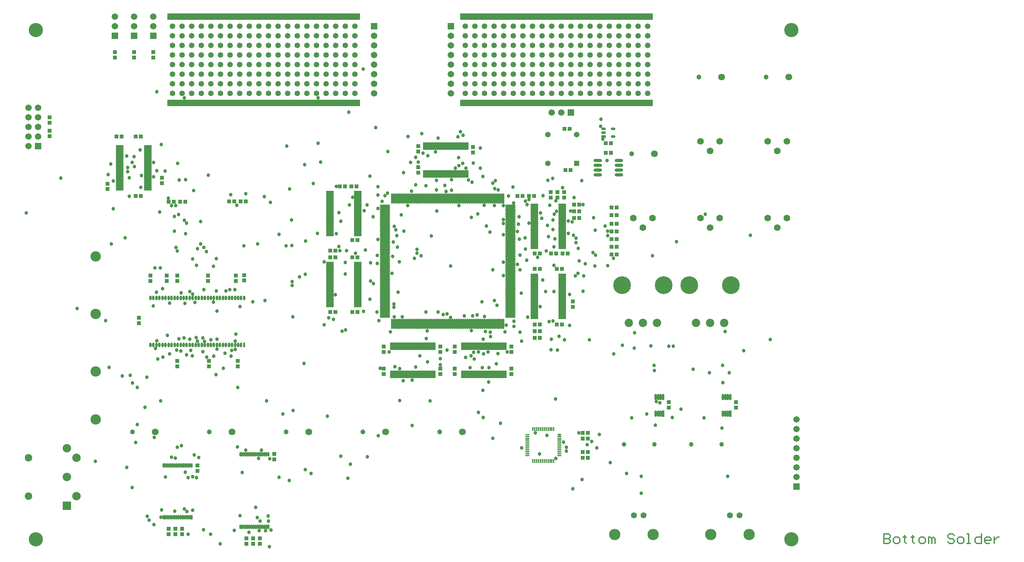
<source format=gbs>
%FSLAX25Y25*%
%MOIN*%
G70*
G01*
G75*
G04 Layer_Color=16711935*
%ADD10R,0.03150X0.03543*%
%ADD11R,0.01969X0.03937*%
%ADD12O,0.01969X0.03937*%
%ADD13R,0.03543X0.03150*%
%ADD14R,0.04724X0.05512*%
%ADD15R,0.07480X0.06299*%
%ADD16O,0.01575X0.06299*%
%ADD17R,0.01575X0.06299*%
%ADD18R,0.01969X0.10630*%
%ADD19O,0.01969X0.10630*%
%ADD20R,0.08500X0.04200*%
%ADD21R,0.07500X0.42500*%
%ADD22R,0.20000X0.32500*%
%ADD23R,0.00787X0.04724*%
%ADD24O,0.00787X0.04724*%
%ADD25R,0.03937X0.01969*%
%ADD26O,0.03937X0.01969*%
%ADD27R,0.07480X0.11024*%
%ADD28C,0.00780*%
%ADD29C,0.02500*%
%ADD30C,0.01575*%
%ADD31C,0.01969*%
%ADD32C,0.00787*%
%ADD33C,0.01200*%
%ADD34C,0.03937*%
%ADD35C,0.06200*%
%ADD36C,0.07874*%
%ADD37C,0.17716*%
%ADD38R,0.05000X0.05000*%
%ADD39C,0.05000*%
%ADD40C,0.10000*%
%ADD41R,0.05906X0.05906*%
%ADD42C,0.05906*%
%ADD43C,0.11000*%
%ADD44C,0.05500*%
%ADD45R,0.05906X0.05906*%
%ADD46C,0.14000*%
%ADD47R,0.05000X0.05000*%
%ADD48C,0.08000*%
%ADD49C,0.07000*%
%ADD50R,0.08000X0.08000*%
%ADD51C,0.04331*%
%ADD52C,0.06299*%
%ADD53C,0.03000*%
%ADD54O,0.01181X0.03937*%
%ADD55R,0.01181X0.03937*%
%ADD56O,0.03150X0.00984*%
%ADD57R,0.03150X0.00984*%
%ADD58R,0.00984X0.03150*%
%ADD59O,0.07480X0.01181*%
%ADD60R,2.00000X0.06000*%
%ADD61O,0.10000X0.01181*%
%ADD62O,0.01181X0.10000*%
%ADD63O,0.01181X0.07480*%
%ADD64O,0.01772X0.05709*%
%ADD65R,0.01772X0.05709*%
%ADD66O,0.01575X0.03937*%
%ADD67R,0.01575X0.03937*%
%ADD68O,0.08000X0.02400*%
%ADD69C,0.02400*%
%ADD70C,0.01181*%
%ADD71C,0.01772*%
%ADD72C,0.00984*%
%ADD73C,0.01000*%
%ADD74C,0.00800*%
%ADD75C,0.01500*%
%ADD76R,0.08268X0.11024*%
%ADD77R,0.09449X0.09449*%
%ADD78R,0.09449X0.09449*%
%ADD79R,0.03950X0.04343*%
%ADD80R,0.02769X0.04737*%
%ADD81O,0.02769X0.04737*%
%ADD82R,0.04343X0.03950*%
%ADD83R,0.05524X0.06312*%
%ADD84R,0.08280X0.07099*%
%ADD85O,0.02375X0.07099*%
%ADD86R,0.02375X0.07099*%
%ADD87R,0.02769X0.11430*%
%ADD88O,0.02769X0.11430*%
%ADD89R,0.09300X0.05000*%
%ADD90R,0.08300X0.43300*%
%ADD91R,0.20800X0.33300*%
%ADD92R,0.01587X0.05524*%
%ADD93O,0.01587X0.05524*%
%ADD94R,0.04737X0.02769*%
%ADD95O,0.04737X0.02769*%
%ADD96R,0.08280X0.11824*%
%ADD97C,0.04737*%
%ADD98C,0.08674*%
%ADD99C,0.18517*%
%ADD100R,0.05800X0.05800*%
%ADD101C,0.05800*%
%ADD102C,0.10800*%
%ADD103R,0.06706X0.06706*%
%ADD104C,0.06706*%
%ADD105C,0.11800*%
%ADD106C,0.06300*%
%ADD107R,0.06706X0.06706*%
%ADD108C,0.14800*%
%ADD109R,0.05800X0.05800*%
%ADD110C,0.08800*%
%ADD111C,0.07800*%
%ADD112R,0.08800X0.08800*%
%ADD113C,0.05131*%
%ADD114C,0.07099*%
%ADD115C,0.03800*%
%ADD116O,0.01981X0.04737*%
%ADD117R,0.01981X0.04737*%
%ADD118O,0.03950X0.01784*%
%ADD119R,0.03950X0.01784*%
%ADD120R,0.01784X0.03950*%
%ADD121O,0.08280X0.01981*%
%ADD122R,2.00800X0.06800*%
%ADD123O,0.10800X0.01981*%
%ADD124O,0.01981X0.10800*%
%ADD125O,0.01981X0.08280*%
%ADD126O,0.02572X0.06509*%
%ADD127R,0.02572X0.06509*%
%ADD128O,0.02375X0.04737*%
%ADD129R,0.02375X0.04737*%
%ADD130O,0.08800X0.03200*%
D33*
X2161000Y750497D02*
Y740500D01*
X2165998D01*
X2167665Y742166D01*
Y743832D01*
X2165998Y745498D01*
X2161000D01*
X2165998D01*
X2167665Y747164D01*
Y748831D01*
X2165998Y750497D01*
X2161000D01*
X2172663Y740500D02*
X2175995D01*
X2177661Y742166D01*
Y745498D01*
X2175995Y747164D01*
X2172663D01*
X2170997Y745498D01*
Y742166D01*
X2172663Y740500D01*
X2182660Y748831D02*
Y747164D01*
X2180993D01*
X2184326D01*
X2182660D01*
Y742166D01*
X2184326Y740500D01*
X2190990Y748831D02*
Y747164D01*
X2189324D01*
X2192656D01*
X2190990D01*
Y742166D01*
X2192656Y740500D01*
X2199321D02*
X2202653D01*
X2204319Y742166D01*
Y745498D01*
X2202653Y747164D01*
X2199321D01*
X2197655Y745498D01*
Y742166D01*
X2199321Y740500D01*
X2207652D02*
Y747164D01*
X2209318D01*
X2210984Y745498D01*
Y740500D01*
Y745498D01*
X2212650Y747164D01*
X2214316Y745498D01*
Y740500D01*
X2234310Y748831D02*
X2232644Y750497D01*
X2229311D01*
X2227645Y748831D01*
Y747164D01*
X2229311Y745498D01*
X2232644D01*
X2234310Y743832D01*
Y742166D01*
X2232644Y740500D01*
X2229311D01*
X2227645Y742166D01*
X2239308Y740500D02*
X2242640D01*
X2244306Y742166D01*
Y745498D01*
X2242640Y747164D01*
X2239308D01*
X2237642Y745498D01*
Y742166D01*
X2239308Y740500D01*
X2247639D02*
X2250971D01*
X2249305D01*
Y750497D01*
X2247639D01*
X2262634D02*
Y740500D01*
X2257635D01*
X2255969Y742166D01*
Y745498D01*
X2257635Y747164D01*
X2262634D01*
X2270964Y740500D02*
X2267632D01*
X2265966Y742166D01*
Y745498D01*
X2267632Y747164D01*
X2270964D01*
X2272631Y745498D01*
Y743832D01*
X2265966D01*
X2275963Y747164D02*
Y740500D01*
Y743832D01*
X2277629Y745498D01*
X2279295Y747164D01*
X2280961D01*
D49*
X2060000Y1080000D02*
D03*
X2040000D02*
D03*
X2050000Y1070000D02*
D03*
Y1150000D02*
D03*
X2040000Y1160000D02*
D03*
X2060000D02*
D03*
X1980000Y1150000D02*
D03*
X1970000Y1160000D02*
D03*
X1990000D02*
D03*
X1910000Y1070000D02*
D03*
X1900000Y1080000D02*
D03*
X1920000D02*
D03*
X1980000Y1070000D02*
D03*
X1970000Y1080000D02*
D03*
X1990000D02*
D03*
D79*
X1594244Y1113000D02*
D03*
X1599756D02*
D03*
X1852756Y830000D02*
D03*
X1847244D02*
D03*
X1852756Y856000D02*
D03*
X1847244D02*
D03*
X1589756Y1039000D02*
D03*
X1584244D02*
D03*
X1607244D02*
D03*
X1612756D02*
D03*
X1589756Y982000D02*
D03*
X1584244D02*
D03*
X1607244D02*
D03*
X1612756D02*
D03*
X1496378Y1097193D02*
D03*
X1490866D02*
D03*
X1478866D02*
D03*
X1484378D02*
D03*
X1433378Y1097063D02*
D03*
X1427866D02*
D03*
X1415866D02*
D03*
X1421378D02*
D03*
X1802756Y969000D02*
D03*
X1797244D02*
D03*
X1820244Y1027000D02*
D03*
X1825756D02*
D03*
X1820244Y969000D02*
D03*
X1825756D02*
D03*
X1606244Y1113000D02*
D03*
X1611756D02*
D03*
X1607244Y1057000D02*
D03*
X1612756D02*
D03*
X1834756Y1130000D02*
D03*
X1829244D02*
D03*
X1847244Y836000D02*
D03*
X1852756D02*
D03*
Y850000D02*
D03*
X1847244D02*
D03*
X1784756Y1103000D02*
D03*
X1779244D02*
D03*
X1833756Y1173000D02*
D03*
X1828244D02*
D03*
X1386984Y1164898D02*
D03*
X1381472D02*
D03*
X1381472Y1102898D02*
D03*
X1386984D02*
D03*
X1366984Y1164898D02*
D03*
X1361472D02*
D03*
X1791244Y1103000D02*
D03*
X1796756D02*
D03*
X1838244Y1094000D02*
D03*
X1843756D02*
D03*
X1838244Y1080000D02*
D03*
X1843756D02*
D03*
X1838244Y1087000D02*
D03*
X1843756D02*
D03*
X1802756Y1043000D02*
D03*
X1797244D02*
D03*
X1831756D02*
D03*
X1826244D02*
D03*
X1819756D02*
D03*
X1814244D02*
D03*
X1877244Y1091000D02*
D03*
X1882756D02*
D03*
X1877244Y1058000D02*
D03*
X1882756D02*
D03*
X1877244Y1066000D02*
D03*
X1882756D02*
D03*
Y1074000D02*
D03*
X1877244D02*
D03*
Y1083000D02*
D03*
X1882756D02*
D03*
X1802756Y1027000D02*
D03*
X1797244D02*
D03*
X1802756Y962000D02*
D03*
X1797244D02*
D03*
X1802756Y955000D02*
D03*
X1797244D02*
D03*
X1876756Y1158000D02*
D03*
X1871244D02*
D03*
X1871244Y1148000D02*
D03*
X1876756D02*
D03*
X1882756Y1050000D02*
D03*
X1877244D02*
D03*
X1877244Y1042000D02*
D03*
X1882756D02*
D03*
X1589756Y1046000D02*
D03*
X1584244D02*
D03*
D82*
X1423000Y750244D02*
D03*
Y755756D02*
D03*
X1446000Y821756D02*
D03*
Y816244D02*
D03*
X1526000Y828244D02*
D03*
Y833756D02*
D03*
X1504000Y740244D02*
D03*
Y745756D02*
D03*
X1497000Y745756D02*
D03*
Y740244D02*
D03*
X1511000Y745756D02*
D03*
Y740244D02*
D03*
X1430000Y755756D02*
D03*
Y750244D02*
D03*
X1416000Y755756D02*
D03*
Y750244D02*
D03*
X1640000Y940244D02*
D03*
Y945756D02*
D03*
X1676000Y1149244D02*
D03*
Y1154756D02*
D03*
X1733000Y1148244D02*
D03*
Y1153756D02*
D03*
X1676000Y1127244D02*
D03*
Y1132756D02*
D03*
X1699000Y922756D02*
D03*
Y917244D02*
D03*
X1400000Y1252756D02*
D03*
Y1247244D02*
D03*
X1380000Y1252756D02*
D03*
Y1247244D02*
D03*
X1699000Y940244D02*
D03*
Y945756D02*
D03*
X1773000Y922756D02*
D03*
Y917244D02*
D03*
Y940244D02*
D03*
Y945756D02*
D03*
X1292000Y1179244D02*
D03*
Y1184756D02*
D03*
Y1170756D02*
D03*
Y1165244D02*
D03*
X1360000Y1247244D02*
D03*
Y1252756D02*
D03*
X1714000Y922756D02*
D03*
Y917244D02*
D03*
X1640000Y922756D02*
D03*
Y917244D02*
D03*
X1937000Y882244D02*
D03*
Y887756D02*
D03*
X2007000Y882244D02*
D03*
Y887756D02*
D03*
X1714000Y940244D02*
D03*
Y945756D02*
D03*
X1414000Y1019756D02*
D03*
Y1014244D02*
D03*
X1425000Y1019756D02*
D03*
Y1014244D02*
D03*
X1494614Y1020378D02*
D03*
Y1014866D02*
D03*
X1385000Y970244D02*
D03*
Y975756D02*
D03*
X1488000Y930756D02*
D03*
Y925244D02*
D03*
X1458000Y930756D02*
D03*
Y925244D02*
D03*
X1425000Y930756D02*
D03*
Y925244D02*
D03*
X1457000Y1019756D02*
D03*
Y1014244D02*
D03*
X1397000Y1014244D02*
D03*
Y1019756D02*
D03*
X1486000Y1014244D02*
D03*
Y1019756D02*
D03*
X1352228Y1115654D02*
D03*
Y1110142D02*
D03*
X1821000Y1101244D02*
D03*
Y1106756D02*
D03*
X1814000Y1101244D02*
D03*
Y1106756D02*
D03*
X1828000Y1106756D02*
D03*
Y1101244D02*
D03*
X1409000Y1116244D02*
D03*
Y1121756D02*
D03*
X1837000Y987244D02*
D03*
Y992756D02*
D03*
D94*
X1868819Y1165000D02*
D03*
D95*
X1879055Y1172874D02*
D03*
X1868819D02*
D03*
X1879055Y1165000D02*
D03*
X1868819Y1168937D02*
D03*
D97*
X1991811Y844000D02*
D03*
X1960315D02*
D03*
X1890315D02*
D03*
X1921811D02*
D03*
D98*
X1924764Y970630D02*
D03*
X1910000D02*
D03*
X1895236D02*
D03*
X1994764D02*
D03*
X1980000D02*
D03*
X1965236D02*
D03*
D99*
X1888346Y1010000D02*
D03*
X1931654D02*
D03*
X1958346D02*
D03*
X2001654D02*
D03*
D100*
X1905000Y1290000D02*
D03*
X1885000D02*
D03*
X1865000D02*
D03*
X1845000D02*
D03*
X1825000D02*
D03*
X1725000D02*
D03*
X1745000D02*
D03*
X1765000D02*
D03*
X1785000D02*
D03*
X1805000D02*
D03*
X1500000D02*
D03*
X1480000D02*
D03*
X1460000D02*
D03*
X1440000D02*
D03*
X1420000D02*
D03*
X1520000D02*
D03*
X1540000D02*
D03*
X1560000D02*
D03*
X1580000D02*
D03*
X1600000D02*
D03*
D101*
X1905000Y1280000D02*
D03*
Y1270000D02*
D03*
Y1260000D02*
D03*
Y1250000D02*
D03*
Y1240000D02*
D03*
Y1230000D02*
D03*
Y1220000D02*
D03*
Y1210000D02*
D03*
Y1200000D02*
D03*
X1915000Y1290000D02*
D03*
Y1280000D02*
D03*
Y1270000D02*
D03*
Y1260000D02*
D03*
Y1250000D02*
D03*
Y1240000D02*
D03*
Y1230000D02*
D03*
Y1220000D02*
D03*
Y1210000D02*
D03*
Y1200000D02*
D03*
X1885000Y1280000D02*
D03*
Y1270000D02*
D03*
Y1260000D02*
D03*
Y1250000D02*
D03*
Y1240000D02*
D03*
Y1230000D02*
D03*
Y1220000D02*
D03*
Y1210000D02*
D03*
Y1200000D02*
D03*
X1895000Y1290000D02*
D03*
Y1280000D02*
D03*
Y1270000D02*
D03*
Y1260000D02*
D03*
Y1250000D02*
D03*
Y1240000D02*
D03*
Y1230000D02*
D03*
Y1220000D02*
D03*
Y1210000D02*
D03*
Y1200000D02*
D03*
X1865000Y1280000D02*
D03*
Y1270000D02*
D03*
Y1260000D02*
D03*
Y1250000D02*
D03*
Y1240000D02*
D03*
Y1230000D02*
D03*
Y1220000D02*
D03*
Y1210000D02*
D03*
Y1200000D02*
D03*
X1875000Y1290000D02*
D03*
Y1280000D02*
D03*
Y1270000D02*
D03*
Y1260000D02*
D03*
Y1250000D02*
D03*
Y1240000D02*
D03*
Y1230000D02*
D03*
Y1220000D02*
D03*
Y1210000D02*
D03*
Y1200000D02*
D03*
X1845000Y1280000D02*
D03*
Y1270000D02*
D03*
Y1260000D02*
D03*
Y1250000D02*
D03*
Y1240000D02*
D03*
Y1230000D02*
D03*
Y1220000D02*
D03*
Y1210000D02*
D03*
Y1200000D02*
D03*
X1855000Y1290000D02*
D03*
Y1280000D02*
D03*
Y1270000D02*
D03*
Y1260000D02*
D03*
Y1250000D02*
D03*
Y1240000D02*
D03*
Y1230000D02*
D03*
Y1220000D02*
D03*
Y1210000D02*
D03*
Y1200000D02*
D03*
X1835000D02*
D03*
Y1210000D02*
D03*
Y1220000D02*
D03*
Y1230000D02*
D03*
Y1240000D02*
D03*
Y1250000D02*
D03*
Y1260000D02*
D03*
Y1270000D02*
D03*
Y1280000D02*
D03*
Y1290000D02*
D03*
X1825000Y1200000D02*
D03*
Y1210000D02*
D03*
Y1220000D02*
D03*
Y1230000D02*
D03*
Y1240000D02*
D03*
Y1250000D02*
D03*
Y1260000D02*
D03*
Y1270000D02*
D03*
Y1280000D02*
D03*
X1725000D02*
D03*
Y1270000D02*
D03*
Y1260000D02*
D03*
Y1250000D02*
D03*
Y1240000D02*
D03*
Y1230000D02*
D03*
Y1220000D02*
D03*
Y1210000D02*
D03*
Y1200000D02*
D03*
X1735000Y1290000D02*
D03*
Y1280000D02*
D03*
Y1270000D02*
D03*
Y1260000D02*
D03*
Y1250000D02*
D03*
Y1240000D02*
D03*
Y1230000D02*
D03*
Y1220000D02*
D03*
Y1210000D02*
D03*
Y1200000D02*
D03*
X1755000D02*
D03*
Y1210000D02*
D03*
Y1220000D02*
D03*
Y1230000D02*
D03*
Y1240000D02*
D03*
Y1250000D02*
D03*
Y1260000D02*
D03*
Y1270000D02*
D03*
Y1280000D02*
D03*
Y1290000D02*
D03*
X1745000Y1200000D02*
D03*
Y1210000D02*
D03*
Y1220000D02*
D03*
Y1230000D02*
D03*
Y1240000D02*
D03*
Y1250000D02*
D03*
Y1260000D02*
D03*
Y1270000D02*
D03*
Y1280000D02*
D03*
X1775000Y1200000D02*
D03*
Y1210000D02*
D03*
Y1220000D02*
D03*
Y1230000D02*
D03*
Y1240000D02*
D03*
Y1250000D02*
D03*
Y1260000D02*
D03*
Y1270000D02*
D03*
Y1280000D02*
D03*
Y1290000D02*
D03*
X1765000Y1200000D02*
D03*
Y1210000D02*
D03*
Y1220000D02*
D03*
Y1230000D02*
D03*
Y1240000D02*
D03*
Y1250000D02*
D03*
Y1260000D02*
D03*
Y1270000D02*
D03*
Y1280000D02*
D03*
X1795000Y1200000D02*
D03*
Y1210000D02*
D03*
Y1220000D02*
D03*
Y1230000D02*
D03*
Y1240000D02*
D03*
Y1250000D02*
D03*
Y1260000D02*
D03*
Y1270000D02*
D03*
Y1280000D02*
D03*
Y1290000D02*
D03*
X1785000Y1200000D02*
D03*
Y1210000D02*
D03*
Y1220000D02*
D03*
Y1230000D02*
D03*
Y1240000D02*
D03*
Y1250000D02*
D03*
Y1260000D02*
D03*
Y1270000D02*
D03*
Y1280000D02*
D03*
X1815000Y1200000D02*
D03*
Y1210000D02*
D03*
Y1220000D02*
D03*
Y1230000D02*
D03*
Y1240000D02*
D03*
Y1250000D02*
D03*
Y1260000D02*
D03*
Y1270000D02*
D03*
Y1280000D02*
D03*
Y1290000D02*
D03*
X1805000Y1200000D02*
D03*
Y1210000D02*
D03*
Y1220000D02*
D03*
Y1230000D02*
D03*
Y1240000D02*
D03*
Y1250000D02*
D03*
Y1260000D02*
D03*
Y1270000D02*
D03*
Y1280000D02*
D03*
X1811000Y1137000D02*
D03*
Y1167000D02*
D03*
X1841000D02*
D03*
X1500000Y1280000D02*
D03*
Y1270000D02*
D03*
Y1260000D02*
D03*
Y1250000D02*
D03*
Y1240000D02*
D03*
Y1230000D02*
D03*
Y1220000D02*
D03*
Y1210000D02*
D03*
Y1200000D02*
D03*
X1510000Y1290000D02*
D03*
Y1280000D02*
D03*
Y1270000D02*
D03*
Y1260000D02*
D03*
Y1250000D02*
D03*
Y1240000D02*
D03*
Y1230000D02*
D03*
Y1220000D02*
D03*
Y1210000D02*
D03*
Y1200000D02*
D03*
X1480000Y1280000D02*
D03*
Y1270000D02*
D03*
Y1260000D02*
D03*
Y1250000D02*
D03*
Y1240000D02*
D03*
Y1230000D02*
D03*
Y1220000D02*
D03*
Y1210000D02*
D03*
Y1200000D02*
D03*
X1490000Y1290000D02*
D03*
Y1280000D02*
D03*
Y1270000D02*
D03*
Y1260000D02*
D03*
Y1250000D02*
D03*
Y1240000D02*
D03*
Y1230000D02*
D03*
Y1220000D02*
D03*
Y1210000D02*
D03*
Y1200000D02*
D03*
X1460000Y1280000D02*
D03*
Y1270000D02*
D03*
Y1260000D02*
D03*
Y1250000D02*
D03*
Y1240000D02*
D03*
Y1230000D02*
D03*
Y1220000D02*
D03*
Y1210000D02*
D03*
Y1200000D02*
D03*
X1470000Y1290000D02*
D03*
Y1280000D02*
D03*
Y1270000D02*
D03*
Y1260000D02*
D03*
Y1250000D02*
D03*
Y1240000D02*
D03*
Y1230000D02*
D03*
Y1220000D02*
D03*
Y1210000D02*
D03*
Y1200000D02*
D03*
X1440000Y1280000D02*
D03*
Y1270000D02*
D03*
Y1260000D02*
D03*
Y1250000D02*
D03*
Y1240000D02*
D03*
Y1230000D02*
D03*
Y1220000D02*
D03*
Y1210000D02*
D03*
Y1200000D02*
D03*
X1450000Y1290000D02*
D03*
Y1280000D02*
D03*
Y1270000D02*
D03*
Y1260000D02*
D03*
Y1250000D02*
D03*
Y1240000D02*
D03*
Y1230000D02*
D03*
Y1220000D02*
D03*
Y1210000D02*
D03*
Y1200000D02*
D03*
X1430000D02*
D03*
Y1210000D02*
D03*
Y1220000D02*
D03*
Y1230000D02*
D03*
Y1240000D02*
D03*
Y1250000D02*
D03*
Y1260000D02*
D03*
Y1270000D02*
D03*
Y1280000D02*
D03*
Y1290000D02*
D03*
X1420000Y1200000D02*
D03*
Y1210000D02*
D03*
Y1220000D02*
D03*
Y1230000D02*
D03*
Y1240000D02*
D03*
Y1250000D02*
D03*
Y1260000D02*
D03*
Y1270000D02*
D03*
Y1280000D02*
D03*
X1520000D02*
D03*
Y1270000D02*
D03*
Y1260000D02*
D03*
Y1250000D02*
D03*
Y1240000D02*
D03*
Y1230000D02*
D03*
Y1220000D02*
D03*
Y1210000D02*
D03*
Y1200000D02*
D03*
X1530000Y1290000D02*
D03*
Y1280000D02*
D03*
Y1270000D02*
D03*
Y1260000D02*
D03*
Y1250000D02*
D03*
Y1240000D02*
D03*
Y1230000D02*
D03*
Y1220000D02*
D03*
Y1210000D02*
D03*
Y1200000D02*
D03*
X1550000D02*
D03*
Y1210000D02*
D03*
Y1220000D02*
D03*
Y1230000D02*
D03*
Y1240000D02*
D03*
Y1250000D02*
D03*
Y1260000D02*
D03*
Y1270000D02*
D03*
Y1280000D02*
D03*
Y1290000D02*
D03*
X1540000Y1200000D02*
D03*
Y1210000D02*
D03*
Y1220000D02*
D03*
Y1230000D02*
D03*
Y1240000D02*
D03*
Y1250000D02*
D03*
Y1260000D02*
D03*
Y1270000D02*
D03*
Y1280000D02*
D03*
X1570000Y1200000D02*
D03*
Y1210000D02*
D03*
Y1220000D02*
D03*
Y1230000D02*
D03*
Y1240000D02*
D03*
Y1250000D02*
D03*
Y1260000D02*
D03*
Y1270000D02*
D03*
Y1280000D02*
D03*
Y1290000D02*
D03*
X1560000Y1200000D02*
D03*
Y1210000D02*
D03*
Y1220000D02*
D03*
Y1230000D02*
D03*
Y1240000D02*
D03*
Y1250000D02*
D03*
Y1260000D02*
D03*
Y1270000D02*
D03*
Y1280000D02*
D03*
X1590000Y1200000D02*
D03*
Y1210000D02*
D03*
Y1220000D02*
D03*
Y1230000D02*
D03*
Y1240000D02*
D03*
Y1250000D02*
D03*
Y1260000D02*
D03*
Y1270000D02*
D03*
Y1280000D02*
D03*
Y1290000D02*
D03*
X1580000Y1200000D02*
D03*
Y1210000D02*
D03*
Y1220000D02*
D03*
Y1230000D02*
D03*
Y1240000D02*
D03*
Y1250000D02*
D03*
Y1260000D02*
D03*
Y1270000D02*
D03*
Y1280000D02*
D03*
X1610000Y1200000D02*
D03*
Y1210000D02*
D03*
Y1220000D02*
D03*
Y1230000D02*
D03*
Y1240000D02*
D03*
Y1250000D02*
D03*
Y1260000D02*
D03*
Y1270000D02*
D03*
Y1280000D02*
D03*
Y1290000D02*
D03*
X1600000Y1200000D02*
D03*
Y1210000D02*
D03*
Y1220000D02*
D03*
Y1230000D02*
D03*
Y1240000D02*
D03*
Y1250000D02*
D03*
Y1260000D02*
D03*
Y1270000D02*
D03*
Y1280000D02*
D03*
D102*
X1340000Y870000D02*
D03*
Y1040000D02*
D03*
Y980000D02*
D03*
Y920000D02*
D03*
D103*
X2070000Y800000D02*
D03*
X1280000Y1155000D02*
D03*
X1630000Y1280000D02*
D03*
X1360000Y1270000D02*
D03*
X1380000D02*
D03*
X1400000D02*
D03*
X1710000Y1280000D02*
D03*
D104*
X2070000Y810000D02*
D03*
Y820000D02*
D03*
Y830000D02*
D03*
Y840000D02*
D03*
Y850000D02*
D03*
Y860000D02*
D03*
Y870000D02*
D03*
X1280000Y1165000D02*
D03*
Y1175000D02*
D03*
Y1185000D02*
D03*
Y1195000D02*
D03*
X1270000Y1155000D02*
D03*
Y1165000D02*
D03*
Y1175000D02*
D03*
Y1185000D02*
D03*
Y1195000D02*
D03*
X1815000Y1190000D02*
D03*
X1825000D02*
D03*
X1630000Y1210000D02*
D03*
Y1220000D02*
D03*
Y1230000D02*
D03*
Y1240000D02*
D03*
Y1250000D02*
D03*
Y1260000D02*
D03*
Y1270000D02*
D03*
X1360000Y1290000D02*
D03*
Y1280000D02*
D03*
X1380000Y1290000D02*
D03*
Y1280000D02*
D03*
X1400000Y1290000D02*
D03*
Y1280000D02*
D03*
X1710000Y1210000D02*
D03*
Y1220000D02*
D03*
Y1230000D02*
D03*
Y1240000D02*
D03*
Y1250000D02*
D03*
Y1260000D02*
D03*
Y1270000D02*
D03*
D105*
X2020787Y750000D02*
D03*
X1980787D02*
D03*
X1920787D02*
D03*
X1880787D02*
D03*
D106*
X2010787Y770000D02*
D03*
X2000787D02*
D03*
X1910787D02*
D03*
X1900787D02*
D03*
D107*
X1835000Y1190000D02*
D03*
D108*
X1277500Y745000D02*
D03*
Y1276000D02*
D03*
X2064500Y745000D02*
D03*
Y1276000D02*
D03*
D109*
X1841000Y1137000D02*
D03*
D110*
X1310000Y840000D02*
D03*
X1320000Y830000D02*
D03*
X1310000Y810000D02*
D03*
X1320000Y790000D02*
D03*
D111*
X1270000Y830000D02*
D03*
Y790000D02*
D03*
D112*
X1310000Y780000D02*
D03*
D113*
X1898189Y1146811D02*
D03*
X1378189Y856811D02*
D03*
X1458189D02*
D03*
X1538189D02*
D03*
X1618189D02*
D03*
X2038189Y1226811D02*
D03*
X1968189D02*
D03*
X1698189Y856811D02*
D03*
D114*
X1921811Y1146811D02*
D03*
X1401811Y856811D02*
D03*
X1481811D02*
D03*
X1561811D02*
D03*
X1641811D02*
D03*
X2061811Y1226811D02*
D03*
X1991811D02*
D03*
X1721811Y856811D02*
D03*
D115*
X1511400Y763800D02*
D03*
X1404700Y932900D02*
D03*
X1410000Y935000D02*
D03*
X1439000Y942000D02*
D03*
X1922000Y921000D02*
D03*
X1908425Y792825D02*
D03*
X1998425Y810625D02*
D03*
X1908425D02*
D03*
X1914000Y875500D02*
D03*
X1415800Y1100700D02*
D03*
X1892900Y813700D02*
D03*
X1496378Y1105400D02*
D03*
X1386300Y1150961D02*
D03*
X1457376Y1124524D02*
D03*
X1425300Y1137000D02*
D03*
X1442000Y1108500D02*
D03*
X1433790Y1119910D02*
D03*
X1412223Y1128800D02*
D03*
X1426900Y1119600D02*
D03*
X1387600Y1124300D02*
D03*
X1434600Y1074477D02*
D03*
X1387000Y1111800D02*
D03*
X1827200Y846400D02*
D03*
X1578100Y968600D02*
D03*
X1975000Y1083900D02*
D03*
X1424392Y942360D02*
D03*
X1490200Y987500D02*
D03*
X1733700Y939800D02*
D03*
X1303600Y1121433D02*
D03*
X1732800Y978000D02*
D03*
X1699000Y927000D02*
D03*
X1599900Y1021464D02*
D03*
Y1033534D02*
D03*
X1541866Y1110100D02*
D03*
X1601190Y1046000D02*
D03*
X1604300Y1093600D02*
D03*
X1590800Y1113000D02*
D03*
X1714700Y1131800D02*
D03*
X1710520Y1108900D02*
D03*
X1718100Y1142800D02*
D03*
X1733400Y1137200D02*
D03*
X1750600Y1065400D02*
D03*
X1753800Y1026071D02*
D03*
X1781100Y1081100D02*
D03*
X1802900Y987535D02*
D03*
X1696743Y981800D02*
D03*
X1400590Y760258D02*
D03*
X1425100Y1045600D02*
D03*
X1660244Y910256D02*
D03*
X1684071Y981800D02*
D03*
X1805600Y1015300D02*
D03*
X1783200Y1001600D02*
D03*
X1782000Y1026071D02*
D03*
X1669000Y1107900D02*
D03*
X1804689Y1079500D02*
D03*
X1819300Y829100D02*
D03*
X1705970Y980000D02*
D03*
X1767800Y968400D02*
D03*
X1731200Y1080500D02*
D03*
X1679600Y1167800D02*
D03*
X1696800Y1163148D02*
D03*
X1717433Y1164667D02*
D03*
X1722770Y1166400D02*
D03*
X1720100Y1169900D02*
D03*
X1672000Y1037830D02*
D03*
X1674700Y1043200D02*
D03*
X1782019Y1041300D02*
D03*
X1873300Y1061700D02*
D03*
X1840200Y1058800D02*
D03*
X1834800Y1087100D02*
D03*
X1847700Y1093900D02*
D03*
X1858100Y1043900D02*
D03*
X1623053Y831047D02*
D03*
X1535100Y875700D02*
D03*
X1571600Y1158000D02*
D03*
X1603700Y1190100D02*
D03*
X1819400Y1097800D02*
D03*
X1377900Y799000D02*
D03*
X1866200Y1182900D02*
D03*
X1838244Y1101345D02*
D03*
X1833600Y1000200D02*
D03*
X1847600Y1003700D02*
D03*
X1945100Y1055100D02*
D03*
X1860000Y1029867D02*
D03*
X1414600Y957600D02*
D03*
X1860400Y1067100D02*
D03*
X1868300Y1162200D02*
D03*
X1843800Y1035200D02*
D03*
X1839700Y1019600D02*
D03*
X1848200D02*
D03*
X1833600Y967900D02*
D03*
X1816400Y972600D02*
D03*
X1817400Y1003300D02*
D03*
X1808800D02*
D03*
X1789100Y1035900D02*
D03*
X1840200Y1054100D02*
D03*
X1828200Y952800D02*
D03*
X1854300D02*
D03*
X1873200Y1030200D02*
D03*
X1842439Y1022370D02*
D03*
X1832400Y1063900D02*
D03*
X1814400Y942700D02*
D03*
X1811788Y1060450D02*
D03*
X1821000Y942100D02*
D03*
X1818200Y1058200D02*
D03*
X1860800Y1041200D02*
D03*
X1725600Y1131900D02*
D03*
X1738000Y1084100D02*
D03*
X1755400Y1093000D02*
D03*
X1774800Y1112400D02*
D03*
X1812900Y1093400D02*
D03*
X1810800Y1072346D02*
D03*
X1743300Y1123300D02*
D03*
X1673400Y1143400D02*
D03*
X1718300Y1093000D02*
D03*
Y1134556D02*
D03*
X1722300Y1137000D02*
D03*
X1695145Y1087300D02*
D03*
X1590600Y1063600D02*
D03*
X1625800Y1123500D02*
D03*
X1619600Y1087700D02*
D03*
X1650950Y1071250D02*
D03*
X1744100Y938200D02*
D03*
X1730100Y924000D02*
D03*
X1725400Y934600D02*
D03*
X1731252Y962548D02*
D03*
X1751300Y956300D02*
D03*
X1745032Y977166D02*
D03*
X1745825Y961700D02*
D03*
X1800300Y1038900D02*
D03*
X1949600Y880700D02*
D03*
X1941502Y946298D02*
D03*
X1940800Y871800D02*
D03*
X1755200Y994000D02*
D03*
X1631800Y1174200D02*
D03*
X1557633Y1135500D02*
D03*
X1566500Y1115900D02*
D03*
X1667900Y1137800D02*
D03*
X1742400Y992700D02*
D03*
X1492638Y814644D02*
D03*
X1530938Y809500D02*
D03*
X1320700Y985700D02*
D03*
X1426700Y953967D02*
D03*
X1607600Y1101600D02*
D03*
X1485928Y958975D02*
D03*
X1673400Y1114600D02*
D03*
X1703651Y1113923D02*
D03*
X1876100Y824900D02*
D03*
X1684008Y1113592D02*
D03*
X1770100Y1103000D02*
D03*
X1764800Y1062500D02*
D03*
X1685700Y929800D02*
D03*
X1749284Y909000D02*
D03*
X1790100Y976700D02*
D03*
X1645800Y940244D02*
D03*
X1651600Y924800D02*
D03*
X1688300Y889200D02*
D03*
X1441000Y810300D02*
D03*
X1600200Y963400D02*
D03*
X1494200Y1050900D02*
D03*
X1475716Y1004016D02*
D03*
X1443300Y991800D02*
D03*
X1444900Y1030496D02*
D03*
X1522072Y1096372D02*
D03*
X1438030Y1003370D02*
D03*
X1433130Y990930D02*
D03*
X1449400Y1076100D02*
D03*
X1544235Y1051200D02*
D03*
X1440582Y936400D02*
D03*
X1436200Y809275D02*
D03*
X1509500Y829400D02*
D03*
X1595280Y1076500D02*
D03*
X1451600Y940600D02*
D03*
X1451500Y955019D02*
D03*
X1538200Y1050900D02*
D03*
X1459968Y952868D02*
D03*
X1558700Y1056000D02*
D03*
X1447300Y830400D02*
D03*
X1463100Y936070D02*
D03*
X1466267Y953428D02*
D03*
X1571100Y1063900D02*
D03*
X1545400Y976900D02*
D03*
X1593270Y1050100D02*
D03*
X1480900Y936000D02*
D03*
X1487600Y841100D02*
D03*
X1429200Y842430D02*
D03*
X1423100Y829500D02*
D03*
X1424900Y840800D02*
D03*
X1419100Y830500D02*
D03*
X1578000Y1034400D02*
D03*
X1496200Y837900D02*
D03*
X1485315Y943000D02*
D03*
X1787600Y1047500D02*
D03*
X1870800Y1071600D02*
D03*
X1653740Y1061504D02*
D03*
X1660600Y1127244D02*
D03*
X1678930Y1040530D02*
D03*
X1587500Y974200D02*
D03*
X1864700Y854400D02*
D03*
X1738700Y877100D02*
D03*
X1743800Y872000D02*
D03*
X1783600Y840400D02*
D03*
X1802300Y834000D02*
D03*
X1753800Y850155D02*
D03*
X1743378Y900100D02*
D03*
X1797900Y856000D02*
D03*
X1757200Y927800D02*
D03*
X1749500Y923915D02*
D03*
X1761700Y865900D02*
D03*
X1558200Y817700D02*
D03*
X1435000Y773800D02*
D03*
X1605200Y823300D02*
D03*
X1499600Y752200D02*
D03*
X1545500Y879400D02*
D03*
X1521300Y829000D02*
D03*
X1522700Y754700D02*
D03*
X1595200Y831700D02*
D03*
X1634400Y852800D02*
D03*
X1673300Y924600D02*
D03*
X1669500Y910900D02*
D03*
Y863600D02*
D03*
X1564200Y813500D02*
D03*
X1519800Y769100D02*
D03*
X1434800Y937200D02*
D03*
X1440984Y775321D02*
D03*
X1393300Y914000D02*
D03*
X1393600Y768800D02*
D03*
X1403800Y951900D02*
D03*
X1407700Y889400D02*
D03*
X1518000D02*
D03*
X1557000Y928400D02*
D03*
X1408500Y775500D02*
D03*
X1452400Y754800D02*
D03*
X1391400Y882700D02*
D03*
X1395500Y765000D02*
D03*
X1402400Y944000D02*
D03*
X1656700Y922900D02*
D03*
Y889700D02*
D03*
X1401000Y851400D02*
D03*
X1407900Y768000D02*
D03*
X1400125Y988400D02*
D03*
X1383200Y864672D02*
D03*
X1378400Y908000D02*
D03*
X1403300Y1002700D02*
D03*
X1381600Y845898D02*
D03*
X1375900Y915800D02*
D03*
X1372300Y819800D02*
D03*
X1409600Y1006200D02*
D03*
X1544800Y1013500D02*
D03*
X1423600Y1049200D02*
D03*
X1416900Y938200D02*
D03*
X1438000Y953700D02*
D03*
X1446100Y1047900D02*
D03*
X1433800Y1063700D02*
D03*
X1446100Y951600D02*
D03*
X1453200Y951400D02*
D03*
X1455410Y1044800D02*
D03*
X1358400Y1089500D02*
D03*
Y1118500D02*
D03*
X1374900Y1121800D02*
D03*
Y1102668D02*
D03*
X1449400Y1053000D02*
D03*
X1444500Y955200D02*
D03*
X1352900Y1125370D02*
D03*
X1353900Y924268D02*
D03*
X1473100Y923400D02*
D03*
X1474800Y938800D02*
D03*
X1481500Y942000D02*
D03*
X1465400Y916500D02*
D03*
X1367800Y915400D02*
D03*
X1373200Y1128300D02*
D03*
Y1132600D02*
D03*
X1383400Y903200D02*
D03*
X1488000D02*
D03*
X1485200Y951600D02*
D03*
X1417000Y991400D02*
D03*
X1377900Y1137870D02*
D03*
X1355700Y1136200D02*
D03*
X1356300Y1052900D02*
D03*
X1441000Y1037200D02*
D03*
Y1000700D02*
D03*
X1372200Y1144700D02*
D03*
X1370500Y1059100D02*
D03*
X1465500Y1037600D02*
D03*
Y1003882D02*
D03*
X1486900Y1093100D02*
D03*
X1485051Y1005100D02*
D03*
X1539100Y1155000D02*
D03*
X1544000Y1077900D02*
D03*
X1508600Y1052900D02*
D03*
X1479700Y1005300D02*
D03*
X1574300Y1138200D02*
D03*
X1558200Y1021200D02*
D03*
X1544800Y1009700D02*
D03*
X1350155Y973055D02*
D03*
X1936900Y946400D02*
D03*
X1901100Y944300D02*
D03*
X1879705Y938205D02*
D03*
X1918200Y946700D02*
D03*
X1764800Y1074200D02*
D03*
X1764700Y1078100D02*
D03*
X1740500Y1152800D02*
D03*
Y1132000D02*
D03*
X1728200Y1119700D02*
D03*
X1764800Y1033945D02*
D03*
X1634000Y1089800D02*
D03*
X1660900Y1066300D02*
D03*
X1747070Y1071670D02*
D03*
X1758030Y989038D02*
D03*
X1764600Y1093000D02*
D03*
Y1019900D02*
D03*
X1432300Y776500D02*
D03*
X1541500Y806300D02*
D03*
X1452700Y1049170D02*
D03*
Y1005400D02*
D03*
X1738700Y940200D02*
D03*
X1992200Y861000D02*
D03*
X1622800Y1093496D02*
D03*
X1652524Y1067462D02*
D03*
X1634000Y1057600D02*
D03*
X1571600Y1205400D02*
D03*
X1650600Y987000D02*
D03*
X1775500Y966800D02*
D03*
X1629290Y1011600D02*
D03*
X1426300Y1083500D02*
D03*
X1403700Y1129300D02*
D03*
X1780200Y1073700D02*
D03*
X1816000Y1121100D02*
D03*
X1755600Y1110600D02*
D03*
X1787700Y1097500D02*
D03*
X1759316Y1109200D02*
D03*
X1791200Y1074600D02*
D03*
X1709500Y976400D02*
D03*
X1705100Y1107500D02*
D03*
X1826400Y1111700D02*
D03*
X1644462Y1149244D02*
D03*
X1775600Y972200D02*
D03*
X1775360Y1095500D02*
D03*
X1781300Y1058000D02*
D03*
X1689800Y1061100D02*
D03*
X1618700Y1235400D02*
D03*
X1779300Y1031500D02*
D03*
X1872600Y1140000D02*
D03*
X1779300Y1065900D02*
D03*
X1817600Y1083900D02*
D03*
X1811000Y1119100D02*
D03*
X1846300Y1119030D02*
D03*
X1819906Y1086900D02*
D03*
X1695000Y1109400D02*
D03*
Y1119400D02*
D03*
X2021900Y1061900D02*
D03*
X1879400Y1037900D02*
D03*
X1817400Y1030700D02*
D03*
Y1049900D02*
D03*
X1819000Y891300D02*
D03*
X1812400Y972000D02*
D03*
X2014900Y941600D02*
D03*
X1814490Y953410D02*
D03*
X1809300Y1045700D02*
D03*
X1873300Y1066300D02*
D03*
X1850000Y1032400D02*
D03*
X1858600Y1080273D02*
D03*
X1787378Y1059178D02*
D03*
X1836200Y1075900D02*
D03*
X1816400Y1068000D02*
D03*
Y1077900D02*
D03*
X1836900Y797700D02*
D03*
X1846500Y807300D02*
D03*
X1842700Y1048300D02*
D03*
X1636400Y923400D02*
D03*
X1582800Y976000D02*
D03*
X1581200Y873200D02*
D03*
X1520000Y763772D02*
D03*
X1444972Y809130D02*
D03*
X1455500Y935000D02*
D03*
X1432100Y955028D02*
D03*
X1530949Y1063000D02*
D03*
X1593300Y1085622D02*
D03*
X1516275Y994075D02*
D03*
X1648534Y1022134D02*
D03*
X1737400Y978870D02*
D03*
X1743800Y953447D02*
D03*
X2042700Y953300D02*
D03*
X1822800Y956600D02*
D03*
X1837800Y1062000D02*
D03*
X1665000Y1092900D02*
D03*
X1685200Y962300D02*
D03*
X1632900Y981800D02*
D03*
X1655100Y1002686D02*
D03*
X1684389Y954200D02*
D03*
X1699000Y933330D02*
D03*
X1594149Y1046000D02*
D03*
X1589770Y999811D02*
D03*
X1731900Y1117249D02*
D03*
X1602500Y808600D02*
D03*
X1806100Y1103200D02*
D03*
X1744732Y1093300D02*
D03*
X1756367Y1118967D02*
D03*
X1803200Y1085200D02*
D03*
X1753600Y1116200D02*
D03*
X1789200Y1093900D02*
D03*
X1888700Y947400D02*
D03*
X1995500Y961500D02*
D03*
X1701900Y979200D02*
D03*
X1677730Y936300D02*
D03*
X1484300Y754300D02*
D03*
X1512800Y837800D02*
D03*
X1596500Y961800D02*
D03*
X1490300Y769700D02*
D03*
X1517100Y753800D02*
D03*
X1506500Y778200D02*
D03*
X1422315Y774400D02*
D03*
X1508189Y767700D02*
D03*
X1862000Y840300D02*
D03*
X1428500Y941100D02*
D03*
X1433400Y814800D02*
D03*
X1633300Y1032500D02*
D03*
X1649200Y1040000D02*
D03*
X1674700Y1047100D02*
D03*
X1656300Y1034100D02*
D03*
X1403800Y1211700D02*
D03*
X1676000Y1138200D02*
D03*
X1685937Y1144800D02*
D03*
X1681130Y1147630D02*
D03*
X1709500Y1030008D02*
D03*
X1832200Y1076900D02*
D03*
X1920000Y1040500D02*
D03*
X1783500Y951700D02*
D03*
X1901200Y960100D02*
D03*
X1962244Y922200D02*
D03*
X1979300Y918500D02*
D03*
X2000000D02*
D03*
X1921800Y926400D02*
D03*
X1993000D02*
D03*
X1851900Y843730D02*
D03*
X1658299Y1083157D02*
D03*
X1610800Y1043100D02*
D03*
X1432400Y1205300D02*
D03*
X1620814Y1046630D02*
D03*
X1633300Y1041000D02*
D03*
X1626200Y1033130D02*
D03*
X1649900Y1055000D02*
D03*
X1628870Y1081189D02*
D03*
X1654212Y1049600D02*
D03*
X1973500Y871700D02*
D03*
X1552400Y1018500D02*
D03*
X1466200Y983000D02*
D03*
X1503700Y992500D02*
D03*
X1466267Y943295D02*
D03*
X1442800Y833000D02*
D03*
X1267600Y1085200D02*
D03*
X1407200Y1027800D02*
D03*
X1380200Y1133700D02*
D03*
X1380100Y1144000D02*
D03*
X1401700Y1028000D02*
D03*
X1766400Y961200D02*
D03*
X1750937Y961000D02*
D03*
X1759000Y938700D02*
D03*
X1432400Y1077700D02*
D03*
X1459556Y750244D02*
D03*
X1469556Y740244D02*
D03*
X1647000Y961100D02*
D03*
X1734244Y932800D02*
D03*
X1462800Y1029600D02*
D03*
Y992200D02*
D03*
X1428900Y1001800D02*
D03*
X1515707Y1102107D02*
D03*
X1408308Y1156700D02*
D03*
X1480600Y1104400D02*
D03*
X1421928Y1066247D02*
D03*
X1406789Y1086089D02*
D03*
X1659400Y976800D02*
D03*
X1651100Y976858D02*
D03*
X1742700Y923900D02*
D03*
X1412700Y810000D02*
D03*
X1781919Y960995D02*
D03*
X1922867Y864000D02*
D03*
X1694000Y1148900D02*
D03*
X1724100Y977800D02*
D03*
X1730900Y936400D02*
D03*
X1521000Y737100D02*
D03*
X1510158Y753942D02*
D03*
X1927800Y887400D02*
D03*
X1400300Y1137950D02*
D03*
X1400400Y1123000D02*
D03*
X1436400Y750244D02*
D03*
X1644000Y1105900D02*
D03*
X1638200Y1097200D02*
D03*
X1809900Y853156D02*
D03*
X1856600Y847000D02*
D03*
X1830400Y840800D02*
D03*
Y836800D02*
D03*
X1748500Y940200D02*
D03*
X1768500Y940244D02*
D03*
X1626400Y1014400D02*
D03*
X1634000Y1112700D02*
D03*
Y1103800D02*
D03*
X1641291Y1103200D02*
D03*
X1791300Y1099300D02*
D03*
X1665300Y1164800D02*
D03*
X1421928Y1081600D02*
D03*
X1423200Y1092800D02*
D03*
X1419000D02*
D03*
X1650600Y990400D02*
D03*
X1993323Y908244D02*
D03*
X1619000Y982500D02*
D03*
X1898400Y871600D02*
D03*
X1924000Y888700D02*
D03*
X1706000Y942100D02*
D03*
X1625600Y995244D02*
D03*
X1710800Y1119800D02*
D03*
X1866000Y1175600D02*
D03*
X1843400Y856000D02*
D03*
X1634900Y973000D02*
D03*
X1339700Y826200D02*
D03*
D116*
X1490473Y833591D02*
D03*
X1492441D02*
D03*
X1494410D02*
D03*
X1496378D02*
D03*
X1498347D02*
D03*
X1500315D02*
D03*
X1502284D02*
D03*
X1504252D02*
D03*
X1506221D02*
D03*
X1508189D02*
D03*
X1510158D02*
D03*
X1512126D02*
D03*
X1514095D02*
D03*
X1516063D02*
D03*
X1518032D02*
D03*
X1520000D02*
D03*
X1490473Y758000D02*
D03*
X1492441D02*
D03*
X1494410D02*
D03*
X1496378D02*
D03*
X1498347D02*
D03*
X1500315D02*
D03*
X1502284D02*
D03*
X1504252D02*
D03*
X1506221D02*
D03*
X1508189D02*
D03*
X1510158D02*
D03*
X1512126D02*
D03*
X1514095D02*
D03*
X1516063D02*
D03*
X1518032D02*
D03*
X1410472Y821937D02*
D03*
X1412441D02*
D03*
X1414409D02*
D03*
X1416378D02*
D03*
X1418346D02*
D03*
X1420315D02*
D03*
X1422283D02*
D03*
X1424252D02*
D03*
X1426220D02*
D03*
X1428189D02*
D03*
X1430157D02*
D03*
X1432126D02*
D03*
X1434094D02*
D03*
X1436063D02*
D03*
X1438031D02*
D03*
X1440000D02*
D03*
X1410472Y768000D02*
D03*
X1412441D02*
D03*
X1414409D02*
D03*
X1416378D02*
D03*
X1418346D02*
D03*
X1420315D02*
D03*
X1422283D02*
D03*
X1424252D02*
D03*
X1426220D02*
D03*
X1428189D02*
D03*
X1430157D02*
D03*
X1432126D02*
D03*
X1434094D02*
D03*
X1436063D02*
D03*
X1438031D02*
D03*
D117*
X1520000Y758000D02*
D03*
X1440000Y768000D02*
D03*
D118*
X1823000Y854000D02*
D03*
D119*
Y852032D02*
D03*
Y850063D02*
D03*
Y848095D02*
D03*
Y846126D02*
D03*
Y844158D02*
D03*
Y842189D02*
D03*
Y840221D02*
D03*
Y838252D02*
D03*
Y836284D02*
D03*
Y834315D02*
D03*
Y832347D02*
D03*
X1789535D02*
D03*
Y834315D02*
D03*
Y836284D02*
D03*
Y838252D02*
D03*
Y840221D02*
D03*
Y842189D02*
D03*
Y844158D02*
D03*
Y846126D02*
D03*
Y848095D02*
D03*
Y850063D02*
D03*
Y852032D02*
D03*
Y854000D02*
D03*
D120*
X1817094Y826441D02*
D03*
X1815126D02*
D03*
X1813157D02*
D03*
X1811189D02*
D03*
X1809220D02*
D03*
X1807252D02*
D03*
X1805283D02*
D03*
X1803315D02*
D03*
X1801346D02*
D03*
X1799378D02*
D03*
X1797409D02*
D03*
X1795441D02*
D03*
Y859906D02*
D03*
X1797409D02*
D03*
X1799378D02*
D03*
X1801346D02*
D03*
X1803315D02*
D03*
X1805283D02*
D03*
X1807252D02*
D03*
X1809220D02*
D03*
X1811189D02*
D03*
X1813157D02*
D03*
X1815126D02*
D03*
X1817094D02*
D03*
D121*
X1613134Y988000D02*
D03*
Y989968D02*
D03*
Y991937D02*
D03*
Y993905D02*
D03*
Y995874D02*
D03*
Y997842D02*
D03*
Y999811D02*
D03*
Y1001779D02*
D03*
Y1003748D02*
D03*
Y1005716D02*
D03*
Y1007685D02*
D03*
Y1009653D02*
D03*
Y1011622D02*
D03*
Y1013590D02*
D03*
Y1015559D02*
D03*
Y1017527D02*
D03*
Y1019496D02*
D03*
Y1021464D02*
D03*
Y1023433D02*
D03*
Y1025401D02*
D03*
Y1027370D02*
D03*
Y1029338D02*
D03*
Y1031307D02*
D03*
Y1033275D02*
D03*
X1584000D02*
D03*
Y989968D02*
D03*
Y988000D02*
D03*
Y1031307D02*
D03*
Y1029338D02*
D03*
Y1027370D02*
D03*
Y1025401D02*
D03*
Y1023433D02*
D03*
Y1021464D02*
D03*
Y1019496D02*
D03*
Y1017527D02*
D03*
Y1015559D02*
D03*
Y1013590D02*
D03*
Y1011622D02*
D03*
Y1009653D02*
D03*
Y1007685D02*
D03*
Y1005716D02*
D03*
Y1003748D02*
D03*
Y1001779D02*
D03*
Y999811D02*
D03*
Y997842D02*
D03*
Y995874D02*
D03*
Y993905D02*
D03*
Y991937D02*
D03*
X1796866Y1021000D02*
D03*
Y1019031D02*
D03*
Y1017063D02*
D03*
Y1015094D02*
D03*
Y1013126D02*
D03*
Y1011157D02*
D03*
Y1009189D02*
D03*
Y1007220D02*
D03*
Y1005252D02*
D03*
Y1003283D02*
D03*
Y1001315D02*
D03*
Y999346D02*
D03*
Y997378D02*
D03*
Y995409D02*
D03*
Y993441D02*
D03*
Y991472D02*
D03*
Y989504D02*
D03*
Y987535D02*
D03*
Y985567D02*
D03*
Y983598D02*
D03*
Y981630D02*
D03*
Y979661D02*
D03*
Y977693D02*
D03*
Y975724D02*
D03*
X1826000D02*
D03*
Y1019031D02*
D03*
Y1021000D02*
D03*
Y977693D02*
D03*
Y979661D02*
D03*
Y981630D02*
D03*
Y983598D02*
D03*
Y985567D02*
D03*
Y987535D02*
D03*
Y989504D02*
D03*
Y991472D02*
D03*
Y993441D02*
D03*
Y995409D02*
D03*
Y997378D02*
D03*
Y999346D02*
D03*
Y1001315D02*
D03*
Y1003283D02*
D03*
Y1005252D02*
D03*
Y1007220D02*
D03*
Y1009189D02*
D03*
Y1011157D02*
D03*
Y1013126D02*
D03*
Y1015094D02*
D03*
Y1017063D02*
D03*
X1613134Y1062000D02*
D03*
Y1063969D02*
D03*
Y1065937D02*
D03*
Y1067906D02*
D03*
Y1069874D02*
D03*
Y1071843D02*
D03*
Y1073811D02*
D03*
Y1075780D02*
D03*
Y1077748D02*
D03*
Y1079717D02*
D03*
Y1081685D02*
D03*
Y1083654D02*
D03*
Y1085622D02*
D03*
Y1087591D02*
D03*
Y1089559D02*
D03*
Y1091528D02*
D03*
Y1093496D02*
D03*
Y1095465D02*
D03*
Y1097433D02*
D03*
Y1099402D02*
D03*
Y1101370D02*
D03*
Y1103339D02*
D03*
Y1105307D02*
D03*
Y1107276D02*
D03*
X1584000D02*
D03*
Y1063969D02*
D03*
Y1062000D02*
D03*
Y1105307D02*
D03*
Y1103339D02*
D03*
Y1101370D02*
D03*
Y1099402D02*
D03*
Y1097433D02*
D03*
Y1095465D02*
D03*
Y1093496D02*
D03*
Y1091528D02*
D03*
Y1089559D02*
D03*
Y1087591D02*
D03*
Y1085622D02*
D03*
Y1083654D02*
D03*
Y1081685D02*
D03*
Y1079717D02*
D03*
Y1077748D02*
D03*
Y1075780D02*
D03*
Y1073811D02*
D03*
Y1071843D02*
D03*
Y1069874D02*
D03*
Y1067906D02*
D03*
Y1065937D02*
D03*
X1394228Y1150961D02*
D03*
Y1148992D02*
D03*
Y1147024D02*
D03*
Y1145055D02*
D03*
Y1143087D02*
D03*
Y1141118D02*
D03*
Y1139150D02*
D03*
Y1137181D02*
D03*
Y1135213D02*
D03*
Y1133244D02*
D03*
Y1131276D02*
D03*
Y1129307D02*
D03*
Y1127339D02*
D03*
Y1125370D02*
D03*
Y1123402D02*
D03*
Y1121433D02*
D03*
Y1119465D02*
D03*
Y1117496D02*
D03*
Y1115528D02*
D03*
Y1113559D02*
D03*
Y1111591D02*
D03*
Y1154898D02*
D03*
Y1152929D02*
D03*
Y1109622D02*
D03*
X1365094D02*
D03*
Y1111591D02*
D03*
Y1113559D02*
D03*
Y1115528D02*
D03*
Y1117496D02*
D03*
Y1119465D02*
D03*
Y1121433D02*
D03*
Y1123402D02*
D03*
Y1125370D02*
D03*
Y1127339D02*
D03*
Y1129307D02*
D03*
Y1131276D02*
D03*
Y1133244D02*
D03*
Y1135213D02*
D03*
Y1137181D02*
D03*
Y1139150D02*
D03*
Y1141118D02*
D03*
Y1143087D02*
D03*
Y1145055D02*
D03*
Y1147024D02*
D03*
Y1148992D02*
D03*
Y1150961D02*
D03*
Y1152929D02*
D03*
Y1154898D02*
D03*
X1796866Y1094000D02*
D03*
Y1092031D02*
D03*
Y1090063D02*
D03*
Y1088094D02*
D03*
Y1086126D02*
D03*
Y1084157D02*
D03*
Y1082189D02*
D03*
Y1080220D02*
D03*
Y1078252D02*
D03*
Y1076283D02*
D03*
Y1074315D02*
D03*
Y1072346D02*
D03*
Y1070378D02*
D03*
Y1068409D02*
D03*
Y1066441D02*
D03*
Y1064472D02*
D03*
Y1062504D02*
D03*
Y1060535D02*
D03*
Y1058567D02*
D03*
Y1056598D02*
D03*
Y1054630D02*
D03*
Y1052661D02*
D03*
Y1050693D02*
D03*
Y1048724D02*
D03*
X1826000D02*
D03*
Y1092031D02*
D03*
Y1094000D02*
D03*
Y1050693D02*
D03*
Y1052661D02*
D03*
Y1054630D02*
D03*
Y1056598D02*
D03*
Y1058567D02*
D03*
Y1060535D02*
D03*
Y1062504D02*
D03*
Y1064472D02*
D03*
Y1066441D02*
D03*
Y1068409D02*
D03*
Y1070378D02*
D03*
Y1072346D02*
D03*
Y1074315D02*
D03*
Y1076283D02*
D03*
Y1078252D02*
D03*
Y1080220D02*
D03*
Y1082189D02*
D03*
Y1084157D02*
D03*
Y1086126D02*
D03*
Y1088094D02*
D03*
Y1090063D02*
D03*
D122*
X1820000Y1200000D02*
D03*
Y1290000D02*
D03*
X1515000D02*
D03*
Y1200000D02*
D03*
D123*
X1772000Y1093000D02*
D03*
X1641291D02*
D03*
Y1091031D02*
D03*
Y1089063D02*
D03*
Y1087094D02*
D03*
Y1085126D02*
D03*
Y1083157D02*
D03*
Y1081189D02*
D03*
Y1079220D02*
D03*
Y1077252D02*
D03*
Y1075283D02*
D03*
Y1073315D02*
D03*
Y1071346D02*
D03*
Y1069378D02*
D03*
Y1067409D02*
D03*
Y1065441D02*
D03*
Y1063472D02*
D03*
Y1061504D02*
D03*
Y1059535D02*
D03*
Y1057567D02*
D03*
Y1055598D02*
D03*
Y1053630D02*
D03*
Y1051661D02*
D03*
Y1049693D02*
D03*
Y1047724D02*
D03*
Y1045756D02*
D03*
Y1043787D02*
D03*
Y1041819D02*
D03*
Y1039850D02*
D03*
Y1037882D02*
D03*
Y1035913D02*
D03*
Y1033945D02*
D03*
Y1031976D02*
D03*
Y1030008D02*
D03*
Y1028039D02*
D03*
Y1026071D02*
D03*
Y1024102D02*
D03*
Y1022134D02*
D03*
Y1020165D02*
D03*
Y1018197D02*
D03*
Y1016228D02*
D03*
Y1014260D02*
D03*
Y1012291D02*
D03*
Y1010323D02*
D03*
Y1008354D02*
D03*
Y1006386D02*
D03*
Y1004417D02*
D03*
Y1002449D02*
D03*
Y1000480D02*
D03*
Y998512D02*
D03*
Y996543D02*
D03*
Y994575D02*
D03*
Y992606D02*
D03*
Y990638D02*
D03*
Y988669D02*
D03*
Y986701D02*
D03*
Y984732D02*
D03*
Y982764D02*
D03*
Y980795D02*
D03*
Y978827D02*
D03*
Y976858D02*
D03*
X1772000D02*
D03*
Y978827D02*
D03*
Y980795D02*
D03*
Y982764D02*
D03*
Y984732D02*
D03*
Y986701D02*
D03*
Y988669D02*
D03*
Y990638D02*
D03*
Y992606D02*
D03*
Y994575D02*
D03*
Y996543D02*
D03*
Y998512D02*
D03*
Y1000480D02*
D03*
Y1002449D02*
D03*
Y1004417D02*
D03*
Y1006386D02*
D03*
Y1008354D02*
D03*
Y1010323D02*
D03*
Y1012291D02*
D03*
Y1014260D02*
D03*
Y1016228D02*
D03*
Y1018197D02*
D03*
Y1020165D02*
D03*
Y1022134D02*
D03*
Y1024102D02*
D03*
Y1026071D02*
D03*
Y1028039D02*
D03*
Y1030008D02*
D03*
Y1031976D02*
D03*
Y1033945D02*
D03*
Y1035913D02*
D03*
Y1037882D02*
D03*
Y1039850D02*
D03*
Y1041819D02*
D03*
Y1043787D02*
D03*
Y1045756D02*
D03*
Y1047724D02*
D03*
Y1049693D02*
D03*
Y1051661D02*
D03*
Y1053630D02*
D03*
Y1055598D02*
D03*
Y1057567D02*
D03*
Y1059535D02*
D03*
Y1061504D02*
D03*
Y1063472D02*
D03*
Y1065441D02*
D03*
Y1067409D02*
D03*
Y1069378D02*
D03*
Y1071346D02*
D03*
Y1073315D02*
D03*
Y1075283D02*
D03*
Y1077252D02*
D03*
Y1079220D02*
D03*
Y1081189D02*
D03*
Y1083157D02*
D03*
Y1085126D02*
D03*
Y1087094D02*
D03*
Y1089063D02*
D03*
Y1091032D02*
D03*
D124*
X1648575Y1100283D02*
D03*
X1650543D02*
D03*
X1652512D02*
D03*
X1654480D02*
D03*
X1656449D02*
D03*
X1658417D02*
D03*
X1660386D02*
D03*
X1662354D02*
D03*
X1664323D02*
D03*
X1666291D02*
D03*
X1668260D02*
D03*
X1670228D02*
D03*
X1672197D02*
D03*
X1674165D02*
D03*
X1676134D02*
D03*
X1678102D02*
D03*
X1680071D02*
D03*
X1682039D02*
D03*
X1684008D02*
D03*
X1685976D02*
D03*
X1687945D02*
D03*
X1689913D02*
D03*
X1691882D02*
D03*
X1693850D02*
D03*
X1695819D02*
D03*
X1697787D02*
D03*
X1699756D02*
D03*
X1701725D02*
D03*
X1703693D02*
D03*
X1705662D02*
D03*
X1707630D02*
D03*
X1709599D02*
D03*
X1711567D02*
D03*
X1713536D02*
D03*
X1715504D02*
D03*
X1717473D02*
D03*
X1719441D02*
D03*
X1721410D02*
D03*
X1723378D02*
D03*
X1725347D02*
D03*
X1727315D02*
D03*
X1729284D02*
D03*
X1731252D02*
D03*
X1733221Y1100284D02*
D03*
X1735189Y1100283D02*
D03*
X1737158D02*
D03*
X1739126D02*
D03*
X1741095D02*
D03*
X1743063D02*
D03*
X1745032D02*
D03*
X1747000D02*
D03*
X1748969D02*
D03*
X1750937D02*
D03*
X1752906D02*
D03*
X1754874D02*
D03*
X1756843D02*
D03*
X1758811D02*
D03*
X1760780D02*
D03*
X1762748D02*
D03*
X1764717D02*
D03*
X1648575Y969575D02*
D03*
X1650543D02*
D03*
X1652512D02*
D03*
X1654480D02*
D03*
X1656449D02*
D03*
X1658417D02*
D03*
X1660386D02*
D03*
X1662354D02*
D03*
X1664323D02*
D03*
X1666291D02*
D03*
X1668260D02*
D03*
X1670228D02*
D03*
X1672197D02*
D03*
X1674165D02*
D03*
X1676134D02*
D03*
X1678102D02*
D03*
X1680071D02*
D03*
X1682039D02*
D03*
X1684008D02*
D03*
X1685976D02*
D03*
X1687945D02*
D03*
X1689913D02*
D03*
X1691882D02*
D03*
X1693850D02*
D03*
X1695819D02*
D03*
X1697787D02*
D03*
X1699756D02*
D03*
X1701724D02*
D03*
X1703693D02*
D03*
X1705662D02*
D03*
X1707630D02*
D03*
X1709599D02*
D03*
X1711567D02*
D03*
X1713536D02*
D03*
X1715504D02*
D03*
X1717473D02*
D03*
X1719441D02*
D03*
X1721410D02*
D03*
X1723378D02*
D03*
X1725347D02*
D03*
X1727315D02*
D03*
X1729284D02*
D03*
X1731252D02*
D03*
X1733221D02*
D03*
X1735189D02*
D03*
X1737158D02*
D03*
X1739126D02*
D03*
X1741095D02*
D03*
X1743063D02*
D03*
X1745032D02*
D03*
X1747000D02*
D03*
X1748969D02*
D03*
X1750937D02*
D03*
X1752906D02*
D03*
X1754874D02*
D03*
X1756843D02*
D03*
X1758811D02*
D03*
X1760780D02*
D03*
X1762748D02*
D03*
X1764717D02*
D03*
D125*
X1682000Y1125866D02*
D03*
X1683968D02*
D03*
X1685937D02*
D03*
X1687905D02*
D03*
X1689874D02*
D03*
X1691842D02*
D03*
X1693811D02*
D03*
X1695779D02*
D03*
X1697748D02*
D03*
X1699716D02*
D03*
X1701685D02*
D03*
X1703653D02*
D03*
X1705622D02*
D03*
X1707590D02*
D03*
X1709559D02*
D03*
X1711527D02*
D03*
X1713496D02*
D03*
X1715464D02*
D03*
X1717433D02*
D03*
X1719401D02*
D03*
X1721370D02*
D03*
X1723338D02*
D03*
X1725307D02*
D03*
X1727275D02*
D03*
Y1155000D02*
D03*
X1683968D02*
D03*
X1682000D02*
D03*
X1725307D02*
D03*
X1723338D02*
D03*
X1721370D02*
D03*
X1719401D02*
D03*
X1717433D02*
D03*
X1715464D02*
D03*
X1713496D02*
D03*
X1711527D02*
D03*
X1709559D02*
D03*
X1707590D02*
D03*
X1705622D02*
D03*
X1703653D02*
D03*
X1701685D02*
D03*
X1699716D02*
D03*
X1697748D02*
D03*
X1695779D02*
D03*
X1693811D02*
D03*
X1691842D02*
D03*
X1689874D02*
D03*
X1687905D02*
D03*
X1685937D02*
D03*
X1693000Y946134D02*
D03*
X1691032D02*
D03*
X1689063D02*
D03*
X1687095D02*
D03*
X1685126D02*
D03*
X1683158D02*
D03*
X1681189D02*
D03*
X1679221D02*
D03*
X1677252D02*
D03*
X1675284D02*
D03*
X1673315D02*
D03*
X1671347D02*
D03*
X1669378D02*
D03*
X1667410D02*
D03*
X1665441D02*
D03*
X1663473D02*
D03*
X1661504D02*
D03*
X1659536D02*
D03*
X1657567D02*
D03*
X1655599D02*
D03*
X1653630D02*
D03*
X1651662D02*
D03*
X1649693D02*
D03*
X1647725D02*
D03*
Y917000D02*
D03*
X1691032D02*
D03*
X1693000D02*
D03*
X1649693D02*
D03*
X1651662D02*
D03*
X1653630D02*
D03*
X1655599D02*
D03*
X1657567D02*
D03*
X1659536D02*
D03*
X1661504D02*
D03*
X1663473D02*
D03*
X1665441D02*
D03*
X1667410D02*
D03*
X1669378D02*
D03*
X1671347D02*
D03*
X1673315D02*
D03*
X1675284D02*
D03*
X1677252D02*
D03*
X1679221D02*
D03*
X1681189D02*
D03*
X1683158D02*
D03*
X1685126D02*
D03*
X1687095D02*
D03*
X1689063D02*
D03*
X1767000Y946134D02*
D03*
X1765032D02*
D03*
X1763063D02*
D03*
X1761095D02*
D03*
X1759126D02*
D03*
X1757158D02*
D03*
X1755189D02*
D03*
X1753221D02*
D03*
X1751252D02*
D03*
X1749284D02*
D03*
X1747315D02*
D03*
X1745347D02*
D03*
X1743378D02*
D03*
X1741410D02*
D03*
X1739441D02*
D03*
X1737473D02*
D03*
X1735504D02*
D03*
X1733536D02*
D03*
X1731567D02*
D03*
X1729599D02*
D03*
X1727630D02*
D03*
X1725662D02*
D03*
X1723693D02*
D03*
X1721725D02*
D03*
Y917000D02*
D03*
X1765032D02*
D03*
X1767000D02*
D03*
X1723693D02*
D03*
X1725662D02*
D03*
X1727630D02*
D03*
X1729599D02*
D03*
X1731567D02*
D03*
X1733536D02*
D03*
X1735504D02*
D03*
X1737473D02*
D03*
X1739441D02*
D03*
X1741410D02*
D03*
X1743378D02*
D03*
X1745347D02*
D03*
X1747315D02*
D03*
X1749284D02*
D03*
X1751252D02*
D03*
X1753221D02*
D03*
X1755189D02*
D03*
X1757158D02*
D03*
X1759126D02*
D03*
X1761095D02*
D03*
X1763063D02*
D03*
D126*
X1923323Y893323D02*
D03*
X1925882D02*
D03*
X1928441D02*
D03*
X1931000D02*
D03*
X1923323Y876000D02*
D03*
X1925882D02*
D03*
X1928441D02*
D03*
X1993323Y893323D02*
D03*
X1995882D02*
D03*
X1998441D02*
D03*
X2001000D02*
D03*
X1993323Y876000D02*
D03*
X1995882D02*
D03*
X1998441D02*
D03*
D127*
X1931000D02*
D03*
X2001000D02*
D03*
D128*
X1396976Y996441D02*
D03*
X1400125D02*
D03*
X1403275D02*
D03*
X1406425D02*
D03*
X1409574D02*
D03*
X1412724D02*
D03*
X1415874D02*
D03*
X1419023D02*
D03*
X1422173D02*
D03*
X1425322D02*
D03*
X1428472D02*
D03*
X1431622D02*
D03*
X1434771D02*
D03*
X1437921D02*
D03*
X1441070D02*
D03*
X1444220D02*
D03*
X1447370D02*
D03*
X1450519D02*
D03*
X1453669D02*
D03*
X1456818D02*
D03*
X1459968D02*
D03*
X1463118D02*
D03*
X1466267D02*
D03*
X1469417D02*
D03*
X1472567D02*
D03*
X1475716D02*
D03*
X1478866D02*
D03*
X1482015D02*
D03*
X1485165D02*
D03*
X1488315D02*
D03*
X1491464D02*
D03*
X1494614D02*
D03*
X1396976Y947622D02*
D03*
X1400125D02*
D03*
X1403275D02*
D03*
X1406425D02*
D03*
X1409574D02*
D03*
X1412724D02*
D03*
X1415874D02*
D03*
X1419023D02*
D03*
X1422173D02*
D03*
X1425322D02*
D03*
X1428472D02*
D03*
X1431622D02*
D03*
X1434771D02*
D03*
X1437921D02*
D03*
X1441070D02*
D03*
X1444220D02*
D03*
X1447370D02*
D03*
X1450519D02*
D03*
X1453669D02*
D03*
X1456818D02*
D03*
X1459968D02*
D03*
X1463118D02*
D03*
X1466267D02*
D03*
X1469417D02*
D03*
X1472567D02*
D03*
X1475716D02*
D03*
X1478866D02*
D03*
X1482015D02*
D03*
X1485165D02*
D03*
X1488315D02*
D03*
X1491464D02*
D03*
D129*
X1494614D02*
D03*
D130*
X1885000Y1125000D02*
D03*
X1863000Y1140000D02*
D03*
Y1135000D02*
D03*
Y1130000D02*
D03*
Y1125000D02*
D03*
X1885000Y1130000D02*
D03*
Y1135000D02*
D03*
Y1140000D02*
D03*
M02*

</source>
